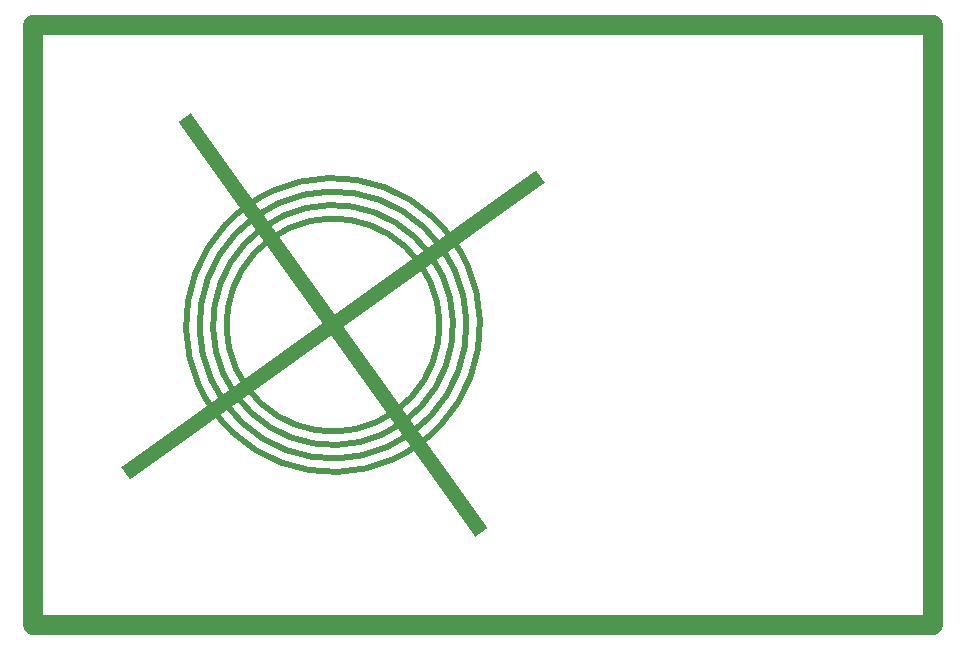
<source format=gbr>
%MOIN*%
%FSLAX23Y23*%
%OFA0.0000B0.0000*%
G90*
G04 Rotation is not allowed if the center is not the origin.*

%AMMOIRE*
6,0,0,1.0,0.02,0.025,4,0.05,1.7,35.6*
%
%ADD10C,0.0650*%
%ADD18MOIRE*%

G04 Draw Moire *
G54D18*
X1000Y1000D03*

X0Y0D02*
G54D10*
X0Y0D01*
X3000D01*
Y2000D01*
X0D01*
Y0D01*
M02*

</source>
